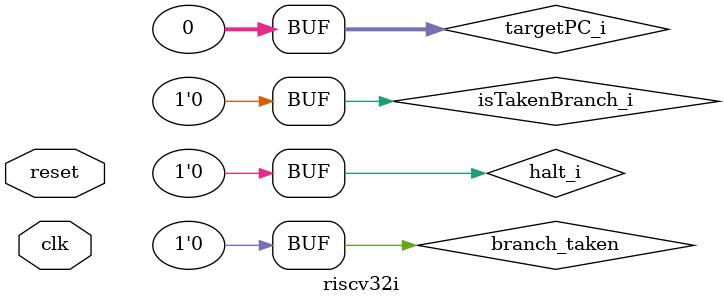
<source format=v>

`define PC_reg              31:00   //[31:00]
`define instruct            63:32   //[31:00]
`define alu_res1            95:34   //[31:00]

`define load_reg           101
`define jump_en            102     //[ 4:0]
`define branch_en          103     //[ 4:0]
`define reg_write_en       104     //[ 4:0]
`define LD_ready           105     //[ 4:0]
`define SD_ready           106     //[ 4:0]
`define rd                 111:107 //[ 4:0]
`define operand_amt        115:112 //[ 3:0]
`define opRs1_reg          120:116 //[4:0]
`define opRs2_reg          127:121 //[4:0]
`define op1_reg            159:128 //[31:00]
`define op2_reg            191:160 //[31:00]
`define immediate          223:192 //[31:0]
`define alu_res2           255:224 //[31:0]
`define rd_data            287:256 //[31:0]
`define Single_Instruction 351:288 //[63:00]   
`define data_mem_loaded    383:352  


module riscv32i 
   # (
    parameter   N_param = 32
   ) (
    input  wire clk,
    input  wire reset
    // input  wire en
);

    // wire i_clk;
    // wire i_en;
    wire  [N_param-1:0]  instruction;
    wire  [4:0] rd_o;
    wire  [4:0] rs1_o;
    wire  [4:0] rs2_o;
    wire  [2:0] fun3_o;
    wire  [6:0] fun7_o;
    wire  [31:0] imm_o;
    wire  [6:0] INST_typ_o, opcode_o;
    wire  [63:0] Single_Instruction_o;
    wire  i_en;

    // param_module params ();

    reg halt_i, isTakenBranch_i;
    reg [31:0] targetPC_i;

    reg [511:0] pipeReg0, pipeReg1, pipeReg2, pipeReg3;

    //branch_taken

    wire branch_taken;
    assign branch_taken = 0;

initial begin 
    halt_i          <= 0;
    targetPC_i      <= 0;
    isTakenBranch_i <= 0; 
end

    pc pc  (
        .clk_i(clk),
        .reset_i(reset),
        .halt_i(halt_i),
        .jump_inst_wire(jump_inst_wire_stage2),
        .branch_inst_wire(branch_inst_wire_stage2),
        .targetPC_i(alu_result_2_stage2),
        .pc_o(pc_i)
    );

    ins_mem ins_mem(
        .clk(clk),
        .reset(reset),
        .pc_i(pc_i),
        .pc_o(pc_o),
        .instruction_o(instruction)
    );

// Pre Stage 0
    wire [31:0] pc_stage_0,instruction_stage_0;
    wire we_pi;
    wire [31:0] pc_o,pc_i;
    wire [31:0] writeData_pi,operand1_po,operand2_po;


wire [31:0] pc_stage_1;
wire [31:0] instruction_stage_1;

wire [ 4:0] rd_stage1;
wire [ 2:0] fun3_stage1;
wire [ 6:0] fun7_stage1;
wire [ 6:0] INST_typ_stage1;
wire [ 6:0] opcode_stage1;
wire [ 4:0] rs1_stage1;
wire [ 4:0] rs2_stage1;
wire [31:0] operand1_stage1;
wire [31:0] operand2_stage1;
wire [31:0] imm_stage1;
wire [63:0] Single_Instruction_stage1;
wire [31:0] alu_result_1;
wire [31:0] alu_result_2;
//exec 
wire [31:0] operand1_into_exec;
wire [31:0] operand2_into_exec;




wire [31:0] pc_stage_2;
wire [31:0] instruction_stage_2;
wire [ 4:0] rd_stage2;
wire [ 2:0] fun3_stage2;
wire [ 6:0] fun7_stage2;
wire [ 6:0] INST_typ_stage2;
wire [ 6:0] opcode_stage2;
wire [ 4:0] rs1_stage2;
wire [ 4:0] rs2_stage2;
wire [31:0] operand1_stage2;
wire [31:0] operand2_stage2;
wire [31:0] imm_stage2;
wire [63:0] Single_Instruction_stage2;
wire [31:0] alu_result_1_stage2;
wire [31:0] alu_result_2_stage2;
wire [31:0] loaded_data;
wire LD_memory_avalible, SD_memory_avalible;
wire branch_inst_wire_stage2;
wire jump_inst_wire_stage2;
wire write_reg_file_wire_stage2;

wire [31:0] pc_stage_3;
wire [31:0] instruction_stage_3;
wire [ 4:0] rd_stage3;
wire [ 2:0] fun3_stage3;
wire [ 6:0] fun7_stage3;
wire [ 6:0] INST_typ_stage3;
wire [ 6:0] opcode_stage3;
wire [ 4:0] rs1_stage3;
wire [ 4:0] rs2_stage3;
wire [31:0] operand1_stage3;
wire [31:0] operand2_stage3;
wire [31:0] imm_stage3;
wire [63:0] Single_Instruction_stage3;
wire [31:0] alu_result_1_stage3;
wire [31:0] alu_result_2_stage3;
wire LD_memory_avalible_stage3;
wire SD_memory_avalible_stage3;
wire write_reg_file_wire_stage3;
wire load_into_reg_stage3;
wire [31:0] loaded_data_stage3;




wire load_into_reg;

wire [31:0] result_secondary;

wire jump_inst_wire,branch_inst_wire;

    decode #(.N_param(N_param)) decode_debug
    (
   .i_clk(clk),
   .i_en(i_en),
   .instruction(instruction_stage_0),
   .rd_o(rd_o),
   .rs1_o(rs1_o),
   .rs2_o(rs2_o),
   .fun3_o(fun3_o),
   .fun7_o(fun7_o),
   .imm_o(imm_o),
   .INST_typ_o(INST_typ_o),
   .opcode_o(opcode_o),
   .Single_Instruction_o(Single_Instruction_o)
   );


 reg_file reg_file(
.clk(clk),
.reset(reset), 
.reg1_pi(rs1_o), 
.reg2_pi(rs2_o), 
.destReg_pi(rd_stage3), 
.we_pi(write_reg_file_wire_stage3), 
.writeData_pi(writeData_pi), 
.operand1_po(operand1_po),
.operand2_po(operand2_po)
);

execute  #(.N_param(32)) execute 
    (.i_clk(clk),    
     .Single_Instruction_i(Single_Instruction_stage1),
     .operand1_pi(operand1_into_exec),
     .operand2_pi(operand2_into_exec),
     .instruction(instruction_stage_1),
     .pc_i(pc_stage_1),
     .rd_i(rd_stage1),
     .rs1_i(rs1_stage1), 
     .rs2_i(rs2_stage1), 
     .imm_i(imm_stage1),
     .alu_result_1(alu_result_1),
     .alu_result_2(alu_result_2),
     .branch_inst_wire(branch_inst_wire),
     .jump_inst_wire(jump_inst_wire),
     .write_reg_file_wire(write_reg_file_wire)
     
   );


dataMem  #(.mem_size(4096)) dataMem 
  (
.clk(clk),
.reset(reset),
.Single_Instruction(Single_Instruction_stage2),
.address(alu_result_1_stage2),
.storeData(operand2_stage2),
.loadData_w(loaded_data),
.LD_memory_avalible(LD_memory_avalible),
.SD_memory_avalible(SD_memory_avalible),
.load_into_reg(load_into_reg)
);

hazard hazard (
.rs1_stage1(rs1_stage1),
.rs2_stage1(rs2_stage1),
.destination_reg_stage2(rd_stage2),
.write_reg_stage2(write_reg_file_wire_stage2),
.destination_reg_stage3(rd_stage3),
.write_reg_stage3(write_reg_file_wire_stage3|load_into_reg_stage3),
.src1Forward_po(src1Forward_alu),
.src2Forward_po(src2Forward_alu) 
);




// assign we_pi = (==);
assign pc_stage_0          =        pipeReg0[`PC_reg];
assign instruction_stage_0 =        pipeReg0[`instruct];


assign pc_stage_1 =                 pipeReg1[`PC_reg];
assign instruction_stage_1 =        pipeReg1[`instruct];
assign rd_stage1 =                  pipeReg1[`rd];
assign rs1_stage1 =                 pipeReg1[`opRs1_reg];
assign rs2_stage1 =                 pipeReg1[`opRs2_reg];
assign operand1_stage1 =            pipeReg1[`op1_reg];
assign operand2_stage1 =            pipeReg1[`op2_reg];
assign imm_stage1 =                 pipeReg1[`immediate];
assign Single_Instruction_stage1 =  pipeReg1[`Single_Instruction];




assign pc_stage_2 =                 pipeReg2[`PC_reg];
assign instruction_stage_2 =        pipeReg2[`instruct];
assign rd_stage2 =                  pipeReg2[`rd];
assign rs1_stage2 =                 pipeReg2[`opRs1_reg];
assign rs2_stage2 =                 pipeReg2[`opRs2_reg];
assign operand1_stage2 =            pipeReg2[`op1_reg];
assign operand2_stage2 =            pipeReg2[`op2_reg];
assign imm_stage2 =                 pipeReg2[`immediate];
assign Single_Instruction_stage2 =  pipeReg2[`Single_Instruction];
assign alu_result_1_stage2 =        pipeReg2[`alu_res1          ];
assign alu_result_2_stage2 =        pipeReg2[`alu_res2          ];
assign jump_inst_wire_stage2      = pipeReg2[`jump_en           ];  
assign branch_inst_wire_stage2    = pipeReg2[`branch_en         ];  
assign write_reg_file_wire_stage2 = pipeReg2[`reg_write_en      ];  

assign pc_stage_3 =                 pipeReg3[`PC_reg];
assign instruction_stage_3 =        pipeReg3[`instruct];
assign rd_stage3 =                  pipeReg3[`rd];
assign rs1_stage3 =                 pipeReg3[`opRs1_reg];
assign rs2_stage3 =                 pipeReg3[`opRs2_reg];
assign operand1_stage3 =            pipeReg3[`op1_reg];
assign operand2_stage3 =            pipeReg3[`op2_reg];
assign imm_stage3 =                 pipeReg3[`immediate];
assign Single_Instruction_stage3 =  pipeReg3[`Single_Instruction];
assign alu_result_1_stage3 =        pipeReg3[`alu_res1          ];
assign alu_result_2_stage3 =        pipeReg3[`alu_res2          ];
assign SD_memory_avalible_stage3 =  pipeReg3[`SD_ready          ];
assign LD_memory_avalible_stage3 =  pipeReg3[`LD_ready          ];
assign write_reg_file_wire_stage3 = pipeReg3[`reg_write_en      ];  
assign load_into_reg_stage3       = pipeReg3[`load_reg          ];  
assign loaded_data_stage3         = pipeReg3[`data_mem_loaded   ];  

wire [1:0] src1Forward_alu, src2Forward_alu ;
assign operand1_into_exec = src1Forward_alu[1] ? (alu_result_1_stage2) :(src1Forward_alu[0] ? writeData_pi: operand1_stage1 ) ;
assign operand2_into_exec = src2Forward_alu[1] ? (alu_result_1_stage2) :(src2Forward_alu[0] ? writeData_pi: operand2_stage1 ) ;

// debuh condition
wire   delete_reg1_reg3; 
assign delete_reg1_reg3 = branch_inst_wire_stage2 | jump_inst_wire_stage2;
assign writeData_pi = load_into_reg_stage3 ? loaded_data_stage3 : alu_result_1_stage3;

 // assign fun3_stage1 =                pipeReg1[`fun3]; // assign fun7_stage1 =                pipeReg1[`fun7]; // assign INST_typ_stage1 =            pipeReg1[`INST_typ]; // assign opcode_stage1 =              pipeReg1[`opcode];

always @(posedge clk)begin
if (reset) begin 
    pipeReg0 <= 512'b0;
    pipeReg1 <= 512'b0;
    pipeReg2 <= 512'b0;
	pipeReg3 <= 512'b0;
end else if (branch_taken) begin 
    pipeReg1 <= 512'b0;
    pipeReg2 <= 512'b0;
	pipeReg3 <= 512'b0;
end
else begin

    // stage 0 --> //
    pipeReg0[`PC_reg]   <= pc_i;
    pipeReg0[`instruct] <= instruction;
    // <-- stage 0 //


    if (branch_inst_wire_stage2 | jump_inst_wire_stage2) begin 
    pipeReg1 <= 512'b0;
    pipeReg2 <= 512'b0;
    end else 
    
    
    begin 

    // stage 1 --> //
    pipeReg1[`PC_reg]             <= pc_stage_0;
    pipeReg1[`instruct]           <= instruction_stage_0;
    pipeReg1[`rd                ] <= rd_o;//  87:83 //[ 4:0]
    pipeReg1[`opRs2_reg         ] <= rs2_o;// 127:121 //[4:0]
    pipeReg1[`op1_reg           ] <= operand1_po;// 159:128 //[31:00]
    pipeReg1[`op2_reg           ] <= operand2_po;// 191:160 //[31:00]
    pipeReg1[`immediate         ] <= imm_o;// 223:192 //[31:0]
    pipeReg1[`Single_Instruction] <= Single_Instruction_o;
    // 287:224 //[63:00]     
    // pipeReg1[`fun3              ] <= fun3_o;//  90:88 //[ 2:0]    // pipeReg1[`fun7              ] <= fun7_o;//  97:91 //[ 6:0]    // pipeReg1[`INST_typ          ] <= INST_typ_o;// 104:98 //[ 6:0]    // pipeReg1[`opcode            ] <= opcode_o;// 111:105 //[ 6:0]    // pipeReg1[`opRs1_reg         ] <= rs1_o;// 120:116 //[4:0]
    // pipeReg1[`operand_amt       ] <= ;// 115:112 //[ 3:0]    
    // <-- stage 1 //


    // stage 2 --> //
    pipeReg2[`PC_reg]             <= pc_stage_1;
    pipeReg2[`instruct]           <= instruction_stage_1;
    pipeReg2[`rd                ] <= rd_stage1;//  87:83 //[ 4:0]
    pipeReg2[`opRs1_reg         ] <= rs1_stage1;// 120:116 //[4:0]
    pipeReg2[`opRs2_reg         ] <= rs2_stage1;// 127:121 //[4:0]
    pipeReg2[`op1_reg           ] <= operand1_stage1;// 159:128 //[31:00]
    pipeReg2[`op2_reg           ] <= operand2_stage1;// 191:160 //[31:00]
    pipeReg2[`immediate         ] <= imm_stage1;// 223:192 //[31:0]
    pipeReg2[`Single_Instruction] <= Single_Instruction_stage1;// 287:224 //[63:00]     
    pipeReg2[`alu_res1          ] <= alu_result_1;// 223:192 //[31:0]
    pipeReg2[`alu_res2          ] <= alu_result_2;// 223:192 //[31:0]
    pipeReg2[`jump_en           ] <= jump_inst_wire;// 223:192 //[31:0]
    pipeReg2[`branch_en         ] <= branch_inst_wire;// 223:192 //[31:0]
    pipeReg2[`reg_write_en      ] <= write_reg_file_wire;// 223:192 //[31:0]
    end

    // pipeReg2[`fun3              ] <= fun3_o;//  90:88 //[ 2:0]    // pipeReg2[`fun7              ] <= fun7_o;//  97:91 //[ 6:0]    // pipeReg2[`INST_typ          ] <= INST_typ_o;// 104:98 //[ 6:0]    // pipeReg2[`opcode            ] <= opcode_o;// 111:105 //[ 6:0]
    // pipeReg1[`operand_amt       ] <= ;// 115:112 //[ 3:0]    
    // <-- stage 2 //
 
    pipeReg3[`PC_reg]             <= pc_stage_2;
    pipeReg3[`instruct]           <= instruction_stage_2;
    pipeReg3[`rd                ] <= rd_stage2;//  87:83 //[ 4:0]
    pipeReg3[`opRs1_reg         ] <= rs1_stage2;// 120:116 //[4:0]
    pipeReg3[`opRs2_reg         ] <= rs2_stage2;// 127:121 //[4:0]
    pipeReg3[`op1_reg           ] <= operand1_stage2;// 159:128 //[31:00]
    pipeReg3[`op2_reg           ] <= operand2_stage2;// 191:160 //[31:00]
    pipeReg3[`immediate         ] <= imm_stage2;// 223:192 //[31:0]
    pipeReg3[`Single_Instruction] <= Single_Instruction_stage2;// 287:224 //[63:00]     
    pipeReg3[`alu_res1          ] <= alu_result_1_stage2;// 223:192 //[31:0]
    pipeReg3[`alu_res2          ] <= alu_result_2_stage2;// 223:192 //[31:0]
    pipeReg3[`LD_ready          ] <= LD_memory_avalible;
    pipeReg3[`SD_ready          ] <= SD_memory_avalible;
    pipeReg3[`reg_write_en      ] <= write_reg_file_wire_stage2;// 223:192 //[31:0]
    pipeReg3[`load_reg          ] <= load_into_reg;
    pipeReg3[`data_mem_loaded   ] <= loaded_data;  
    


end 
end


// Old display statements not used for now
// $display("PC: %h, Instruction: %h, word in processor %h", pc, instruction,pc >> 2);
//  always @(negedge clk) begin : checker
//             // $display("%t:   INST_typ_o:{%h},   fun3_o:{%h}, fun7_o:{%h},  opcode_o:{%h},   Sing_Instru:{%h},   insturction_in:{%h}    ",
//             // $time,          INST_typ_o,        fun3_o,      fun7_o,     opcode_o,Single_Instruction_o   , instruction_o    
//             // );
//             // $write("\n %t: ERR:{%b} fun3:{%h}, fun7:{%h},  opcode:{%h},  insturction:{%h}    ",
//             // $time,    ~ (|Single_Instruction_o),     fun3_o,      fun7_o,     opcode_o, instruction   
//             // );
//             $write("\n %d: E:%b I:{%h}    ",pc_o,~ (|Single_Instruction_o),  instruction   );
//  end


endmodule









  


</source>
